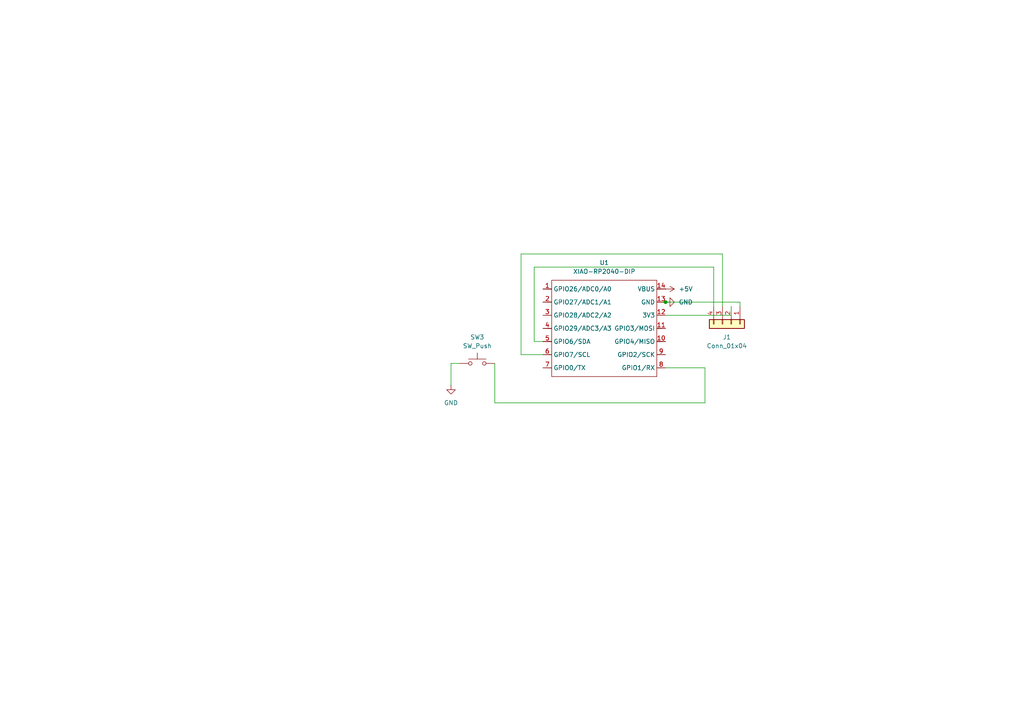
<source format=kicad_sch>
(kicad_sch (version 20250114) (generator "eeschema") (generator_version "9.0")
  (paper "A4")
  (lib_symbols
    (symbol "Connector_Generic:Conn_01x04" (pin_names (offset 1.016) (hide yes))
      (property "Reference" "J" (at 0 5.08 0))
      (property "Value" "Conn_01x04" (at 0 -7.62 0))
      (symbol "Conn_01x04_1_1"
        (rectangle (start -1.27 3.81) (end 1.27 -6.35) (stroke (width 0.254)) (fill (type background)))
        (rectangle (start -1.27 2.667) (end 0 2.413) (stroke (width 0.1524)))
        (rectangle (start -1.27 0.127) (end 0 -0.127) (stroke (width 0.1524)))
        (rectangle (start -1.27 -2.413) (end 0 -2.667) (stroke (width 0.1524)))
        (rectangle (start -1.27 -4.953) (end 0 -5.207) (stroke (width 0.1524)))
        (pin passive line (at -5.08 2.54 0) (length 3.81) (name "Pin_1") (number "1"))
        (pin passive line (at -5.08 0 0) (length 3.81) (name "Pin_2") (number "2"))
        (pin passive line (at -5.08 -2.54 0) (length 3.81) (name "Pin_3") (number "3"))
        (pin passive line (at -5.08 -5.08 0) (length 3.81) (name "Pin_4") (number "4"))
      )
    )
    (symbol "Seeed_Studio_XIAO_Series:XIAO-RP2040-DIP"
      (property "Reference" "U" (at 0 0 0))
      (property "Value" "XIAO-RP2040-DIP" (at 5.334 -1.778 0))
      (symbol "XIAO-RP2040-DIP_1_0"
        (polyline (pts (xy -1.27 -2.54) (xy 29.21 -2.54)) (stroke (width 0.1524)))
        (polyline (pts (xy -1.27 -5.08) (xy -2.54 -5.08)) (stroke (width 0.1524)))
        (polyline (pts (xy -1.27 -5.08) (xy -1.27 -2.54)) (stroke (width 0.1524)))
        (polyline (pts (xy -1.27 -8.89) (xy -2.54 -8.89)) (stroke (width 0.1524)))
        (polyline (pts (xy -1.27 -8.89) (xy -1.27 -5.08)) (stroke (width 0.1524)))
        (polyline (pts (xy -1.27 -12.7) (xy -2.54 -12.7)) (stroke (width 0.1524)))
        (polyline (pts (xy -1.27 -12.7) (xy -1.27 -8.89)) (stroke (width 0.1524)))
        (polyline (pts (xy -1.27 -16.51) (xy -2.54 -16.51)) (stroke (width 0.1524)))
        (polyline (pts (xy -1.27 -16.51) (xy -1.27 -12.7)) (stroke (width 0.1524)))
        (polyline (pts (xy -1.27 -20.32) (xy -2.54 -20.32)) (stroke (width 0.1524)))
        (polyline (pts (xy -1.27 -24.13) (xy -2.54 -24.13)) (stroke (width 0.1524)))
        (polyline (pts (xy -1.27 -27.94) (xy -2.54 -27.94)) (stroke (width 0.1524)))
        (polyline (pts (xy -1.27 -30.48) (xy -1.27 -16.51)) (stroke (width 0.1524)))
        (polyline (pts (xy 29.21 -2.54) (xy 29.21 -5.08)) (stroke (width 0.1524)))
        (polyline (pts (xy 29.21 -5.08) (xy 29.21 -8.89)) (stroke (width 0.1524)))
        (polyline (pts (xy 29.21 -8.89) (xy 29.21 -12.7)) (stroke (width 0.1524)))
        (polyline (pts (xy 29.21 -12.7) (xy 29.21 -30.48)) (stroke (width 0.1524)))
        (polyline (pts (xy 29.21 -30.48) (xy -1.27 -30.48)) (stroke (width 0.1524)))
        (polyline (pts (xy 30.48 -5.08) (xy 29.21 -5.08)) (stroke (width 0.1524)))
        (polyline (pts (xy 30.48 -8.89) (xy 29.21 -8.89)) (stroke (width 0.1524)))
        (polyline (pts (xy 30.48 -12.7) (xy 29.21 -12.7)) (stroke (width 0.1524)))
        (polyline (pts (xy 30.48 -16.51) (xy 29.21 -16.51)) (stroke (width 0.1524)))
        (polyline (pts (xy 30.48 -20.32) (xy 29.21 -20.32)) (stroke (width 0.1524)))
        (polyline (pts (xy 30.48 -24.13) (xy 29.21 -24.13)) (stroke (width 0.1524)))
        (polyline (pts (xy 30.48 -27.94) (xy 29.21 -27.94)) (stroke (width 0.1524)))
        (pin passive line (at -3.81 -5.08 0) (length 2.54) (name "GPIO26/ADC0/A0") (number "1"))
        (pin passive line (at -3.81 -8.89 0) (length 2.54) (name "GPIO27/ADC1/A1") (number "2"))
        (pin passive line (at -3.81 -12.7 0) (length 2.54) (name "GPIO28/ADC2/A2") (number "3"))
        (pin passive line (at -3.81 -16.51 0) (length 2.54) (name "GPIO29/ADC3/A3") (number "4"))
        (pin passive line (at -3.81 -20.32 0) (length 2.54) (name "GPIO6/SDA") (number "5"))
        (pin passive line (at -3.81 -24.13 0) (length 2.54) (name "GPIO7/SCL") (number "6"))
        (pin passive line (at -3.81 -27.94 0) (length 2.54) (name "GPIO0/TX") (number "7"))
        (pin passive line (at 31.75 -5.08 180) (length 2.54) (name "VBUS") (number "14"))
        (pin passive line (at 31.75 -8.89 180) (length 2.54) (name "GND") (number "13"))
        (pin passive line (at 31.75 -12.7 180) (length 2.54) (name "3V3") (number "12"))
        (pin passive line (at 31.75 -16.51 180) (length 2.54) (name "GPIO3/MOSI") (number "11"))
        (pin passive line (at 31.75 -20.32 180) (length 2.54) (name "GPIO4/MISO") (number "10"))
        (pin passive line (at 31.75 -24.13 180) (length 2.54) (name "GPIO2/SCK") (number "9"))
        (pin passive line (at 31.75 -27.94 180) (length 2.54) (name "GPIO1/RX") (number "8"))
      )
    )
    (symbol "Switch:SW_Push" (pin_numbers (hide yes)) (pin_names (offset 1.016) (hide yes))
      (property "Reference" "SW" (at 1.27 2.54 0))
      (property "Value" "SW_Push" (at 0 -1.524 0))
      (symbol "SW_Push_0_1"
        (circle (center -2.032 0) (radius 0.508))
        (polyline (pts (xy 0 1.27) (xy 0 3.048)))
        (circle (center 2.032 0) (radius 0.508))
        (polyline (pts (xy 2.54 1.27) (xy -2.54 1.27)))
        (pin passive line (at -5.08 0 0) (length 2.54) (name "1") (number "1"))
        (pin passive line (at 5.08 0 180) (length 2.54) (name "2") (number "2"))
      )
    )
    (symbol "power:+5V" (power) (pin_numbers (hide yes)) (pin_names (offset 0) (hide yes))
      (property "Value" "+5V" (at 0 3.556 0))
      (symbol "+5V_0_1"
        (polyline (pts (xy -0.762 1.27) (xy 0 2.54)))
        (polyline (pts (xy 0 2.54) (xy 0.762 1.27)))
        (polyline (pts (xy 0 0) (xy 0 2.54)))
      )
      (symbol "+5V_1_1"
        (pin power_in line (at 0 0 90) (length 0) (name "~") (number "1"))
      )
    )
    (symbol "power:GND" (power) (pin_numbers (hide yes)) (pin_names (offset 0) (hide yes))
      (property "Value" "GND" (at 0 -3.81 0))
      (symbol "GND_0_1"
        (polyline (pts (xy 0 0) (xy 0 -1.27) (xy 1.27 -1.27) (xy 0 -2.54) (xy -1.27 -1.27) (xy 0 -1.27)))
      )
      (symbol "GND_1_1"
        (pin power_in line (at 0 0 270) (length 0) (name "~") (number "1"))
      )
    )
  )
  (junction (at 193.04 87.63))
  (wire (pts (xy 207.01 77.47) (xy 154.94 77.47)))
  (wire (pts (xy 151.13 73.66) (xy 151.13 102.87)))
  (wire (pts (xy 204.47 116.84) (xy 204.47 106.68)))
  (wire (pts (xy 143.51 116.84) (xy 204.47 116.84)))
  (wire (pts (xy 209.55 88.9) (xy 209.55 73.66)))
  (wire (pts (xy 151.13 102.87) (xy 157.48 102.87)))
  (wire (pts (xy 154.94 99.06) (xy 157.48 99.06)))
  (wire (pts (xy 212.09 91.44) (xy 193.04 91.44)))
  (wire (pts (xy 193.04 87.63) (xy 214.63 87.63)))
  (wire (pts (xy 212.09 88.9) (xy 212.09 91.44)))
  (wire (pts (xy 209.55 73.66) (xy 151.13 73.66)))
  (wire (pts (xy 130.81 111.76) (xy 130.81 105.41)))
  (wire (pts (xy 143.51 105.41) (xy 143.51 116.84)))
  (wire (pts (xy 214.63 88.9) (xy 214.63 87.63)))
  (wire (pts (xy 207.01 88.9) (xy 207.01 77.47)))
  (wire (pts (xy 193.04 106.68) (xy 204.47 106.68)))
  (wire (pts (xy 130.81 105.41) (xy 133.35 105.41)))
  (wire (pts (xy 154.94 77.47) (xy 154.94 99.06)))
  (symbol (lib_id "Connector_Generic:Conn_01x04") (at 212.09 93.98 270) (unit 1)
    (property "Reference" "J1" (at 210.82 97.79 90))
    (property "Value" "Conn_01x04" (at 210.82 100.33 90))
    (property "Footprint" "KiCad-SSD1306-0.91-OLED-4pin-128x32.pretty-master:SSD1306-0.91-OLED-4pin-128x32" (effects (hide yes)))
    (property "Description" "Generic connector, single row, 01x04, script generated (kicad-library-utils/schlib/autogen/connector/)" (effects (hide yes)))
  )
  (symbol (lib_id "Switch:SW_Push") (at 138.43 105.41 0) (unit 1)
    (property "Reference" "SW3" (at 138.43 97.79 0))
    (property "Value" "SW_Push" (at 138.43 100.33 0))
    (property "Footprint" "Button_Switch_Keyboard:SW_Cherry_MX_1.00u_PCB" (effects (hide yes)))
    (property "Description" "Push button switch, generic, two pins" (effects (hide yes)))
  )
  (symbol (lib_id "power:+5V") (at 193.04 83.82 270) (unit 1)
    (property "Reference" "#PWR01" (effects (hide yes)))
    (property "Value" "+5V" (at 196.85 83.8199 90) (effects (justify left)))
    (property "Description" "Power symbol creates a global label with name \"+5V\"" (effects (hide yes)))
  )
  (symbol (lib_id "Seeed_Studio_XIAO_Series:XIAO-RP2040-DIP") (at 161.29 78.74 0) (unit 1)
    (property "Reference" "U1" (at 175.26 76.2 0))
    (property "Value" "XIAO-RP2040-DIP" (at 175.26 78.74 0))
    (property "Footprint" "XIAO:XIAO-RP2040-DIP" (effects (hide yes)))
  )
  (symbol (lib_id "power:GND") (at 130.81 111.76 0) (unit 1)
    (property "Reference" "#PWR03" (effects (hide yes)))
    (property "Value" "GND" (at 130.81 116.84 0))
    (property "Description" "Power symbol creates a global label with name \"GND\" , ground" (effects (hide yes)))
  )
  (symbol (lib_id "power:GND") (at 193.04 87.63 90) (unit 1)
    (property "Reference" "#PWR02" (effects (hide yes)))
    (property "Value" "GND" (at 196.85 87.6299 90) (effects (justify right)))
    (property "Description" "Power symbol creates a global label with name \"GND\" , ground" (effects (hide yes)))
  )
)
</source>
